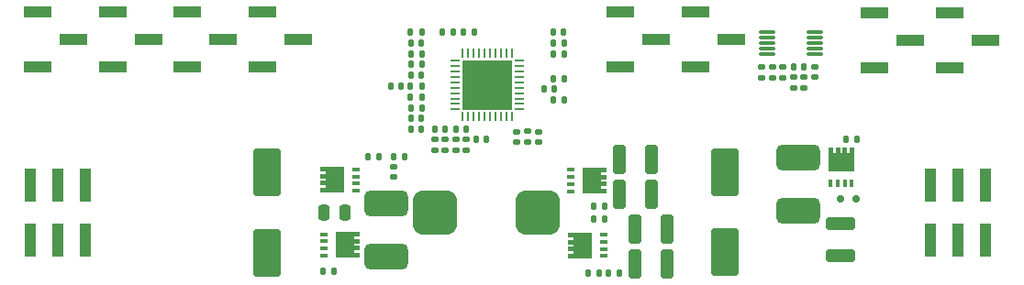
<source format=gts>
G04 #@! TF.GenerationSoftware,KiCad,Pcbnew,8.0.7*
G04 #@! TF.CreationDate,2025-05-18T15:53:11-04:00*
G04 #@! TF.ProjectId,protovolt,70726f74-6f76-46f6-9c74-2e6b69636164,rev?*
G04 #@! TF.SameCoordinates,Original*
G04 #@! TF.FileFunction,Soldermask,Top*
G04 #@! TF.FilePolarity,Negative*
%FSLAX46Y46*%
G04 Gerber Fmt 4.6, Leading zero omitted, Abs format (unit mm)*
G04 Created by KiCad (PCBNEW 8.0.7) date 2025-05-18 15:53:11*
%MOMM*%
%LPD*%
G01*
G04 APERTURE LIST*
G04 Aperture macros list*
%AMRoundRect*
0 Rectangle with rounded corners*
0 $1 Rounding radius*
0 $2 $3 $4 $5 $6 $7 $8 $9 X,Y pos of 4 corners*
0 Add a 4 corners polygon primitive as box body*
4,1,4,$2,$3,$4,$5,$6,$7,$8,$9,$2,$3,0*
0 Add four circle primitives for the rounded corners*
1,1,$1+$1,$2,$3*
1,1,$1+$1,$4,$5*
1,1,$1+$1,$6,$7*
1,1,$1+$1,$8,$9*
0 Add four rect primitives between the rounded corners*
20,1,$1+$1,$2,$3,$4,$5,0*
20,1,$1+$1,$4,$5,$6,$7,0*
20,1,$1+$1,$6,$7,$8,$9,0*
20,1,$1+$1,$8,$9,$2,$3,0*%
%AMFreePoly0*
4,1,17,1.395000,0.765000,0.855000,0.765000,0.855000,0.535000,1.395000,0.535000,1.395000,0.115000,0.855000,0.115000,0.855000,-0.115000,1.395000,-0.115000,1.395000,-0.535000,0.855000,-0.535000,0.855000,-0.765000,1.395000,-0.765000,1.395000,-1.185000,-0.855000,-1.185000,-0.855000,1.185000,1.395000,1.185000,1.395000,0.765000,1.395000,0.765000,$1*%
G04 Aperture macros list end*
%ADD10RoundRect,0.250000X0.325000X1.100000X-0.325000X1.100000X-0.325000X-1.100000X0.325000X-1.100000X0*%
%ADD11RoundRect,0.250000X-0.325000X-1.100000X0.325000X-1.100000X0.325000X1.100000X-0.325000X1.100000X0*%
%ADD12RoundRect,0.250000X0.250000X0.475000X-0.250000X0.475000X-0.250000X-0.475000X0.250000X-0.475000X0*%
%ADD13RoundRect,0.135000X0.135000X0.185000X-0.135000X0.185000X-0.135000X-0.185000X0.135000X-0.185000X0*%
%ADD14R,2.510000X1.000000*%
%ADD15RoundRect,0.140000X0.140000X0.170000X-0.140000X0.170000X-0.140000X-0.170000X0.140000X-0.170000X0*%
%ADD16RoundRect,0.135000X0.185000X-0.135000X0.185000X0.135000X-0.185000X0.135000X-0.185000X-0.135000X0*%
%ADD17RoundRect,0.135000X-0.135000X-0.185000X0.135000X-0.185000X0.135000X0.185000X-0.135000X0.185000X0*%
%ADD18R,1.000000X3.150000*%
%ADD19RoundRect,0.250000X-1.100000X0.325000X-1.100000X-0.325000X1.100000X-0.325000X1.100000X0.325000X0*%
%ADD20RoundRect,0.135000X-0.185000X0.135000X-0.185000X-0.135000X0.185000X-0.135000X0.185000X0.135000X0*%
%ADD21RoundRect,0.062500X-0.062500X0.350000X-0.062500X-0.350000X0.062500X-0.350000X0.062500X0.350000X0*%
%ADD22RoundRect,0.062500X-0.350000X0.062500X-0.350000X-0.062500X0.350000X-0.062500X0.350000X0.062500X0*%
%ADD23R,4.600000X4.600000*%
%ADD24C,0.600000*%
%ADD25RoundRect,1.025000X-1.025000X-1.025000X1.025000X-1.025000X1.025000X1.025000X-1.025000X1.025000X0*%
%ADD26RoundRect,0.140000X-0.140000X-0.170000X0.140000X-0.170000X0.140000X0.170000X-0.140000X0.170000X0*%
%ADD27RoundRect,0.075000X-0.650000X-0.075000X0.650000X-0.075000X0.650000X0.075000X-0.650000X0.075000X0*%
%ADD28RoundRect,0.105000X0.105000X-0.245000X0.105000X0.245000X-0.105000X0.245000X-0.105000X-0.245000X0*%
%ADD29FreePoly0,90.000000*%
%ADD30FreePoly0,180.000000*%
%ADD31RoundRect,0.105000X0.245000X0.105000X-0.245000X0.105000X-0.245000X-0.105000X0.245000X-0.105000X0*%
%ADD32FreePoly0,0.000000*%
%ADD33RoundRect,0.105000X-0.245000X-0.105000X0.245000X-0.105000X0.245000X0.105000X-0.245000X0.105000X0*%
%ADD34RoundRect,0.479593X-1.520407X0.695407X-1.520407X-0.695407X1.520407X-0.695407X1.520407X0.695407X0*%
%ADD35RoundRect,0.140000X0.170000X-0.140000X0.170000X0.140000X-0.170000X0.140000X-0.170000X-0.140000X0*%
%ADD36RoundRect,0.140000X-0.170000X0.140000X-0.170000X-0.140000X0.170000X-0.140000X0.170000X0.140000X0*%
%ADD37RoundRect,0.250000X-1.000000X1.950000X-1.000000X-1.950000X1.000000X-1.950000X1.000000X1.950000X0*%
%ADD38RoundRect,0.150000X-0.150000X-0.200000X0.150000X-0.200000X0.150000X0.200000X-0.150000X0.200000X0*%
%ADD39RoundRect,0.479593X1.520407X-0.695407X1.520407X0.695407X-1.520407X0.695407X-1.520407X-0.695407X0*%
G04 APERTURE END LIST*
D10*
X183750000Y-124700000D03*
X186700000Y-124700000D03*
X183750000Y-121500000D03*
X186700000Y-121500000D03*
D11*
X185275000Y-115100000D03*
X182325000Y-115100000D03*
X185275000Y-118300000D03*
X182325000Y-118300000D03*
D12*
X156950000Y-120000000D03*
X155050000Y-120000000D03*
D13*
X164047500Y-108300000D03*
X163027500Y-108300000D03*
X167000000Y-103300000D03*
X165980000Y-103300000D03*
D14*
X142445000Y-106540000D03*
X145755000Y-104000000D03*
X142445000Y-101460000D03*
D15*
X162167500Y-108300000D03*
X161207500Y-108300000D03*
D16*
X195450000Y-107510000D03*
X195450000Y-106490000D03*
D17*
X176190000Y-107600000D03*
X177210000Y-107600000D03*
D18*
X127920000Y-122525000D03*
X127920000Y-117475000D03*
X130460000Y-122525000D03*
X130460000Y-117475000D03*
X133000000Y-122525000D03*
X133000000Y-117475000D03*
D14*
X149345000Y-106540000D03*
X152655000Y-104000000D03*
X149345000Y-101460000D03*
D13*
X168910000Y-103300000D03*
X167890000Y-103300000D03*
D14*
X205845000Y-106590000D03*
X209155000Y-104050000D03*
X205845000Y-101510000D03*
D19*
X202700000Y-123975000D03*
X202700000Y-121025000D03*
D13*
X164047500Y-103300000D03*
X163027500Y-103300000D03*
D20*
X166237500Y-114235000D03*
X166237500Y-113215000D03*
D17*
X162510000Y-114800000D03*
X161490000Y-114800000D03*
D14*
X212790000Y-101510000D03*
X216100000Y-104050000D03*
X212790000Y-106590000D03*
D17*
X163037500Y-110300000D03*
X164057500Y-110300000D03*
D16*
X196400000Y-107510000D03*
X196400000Y-106490000D03*
D14*
X182345000Y-106540000D03*
X185655000Y-104000000D03*
X182345000Y-101460000D03*
D21*
X172350000Y-105262500D03*
X171850000Y-105262500D03*
X171350000Y-105262500D03*
X170850000Y-105262500D03*
X170350000Y-105262500D03*
X169850000Y-105262500D03*
X169350000Y-105262500D03*
X168850000Y-105262500D03*
X168350000Y-105262500D03*
X167850000Y-105262500D03*
D22*
X167162500Y-105950000D03*
X167162500Y-106450000D03*
X167162500Y-106950000D03*
X167162500Y-107450000D03*
X167162500Y-107950000D03*
X167162500Y-108450000D03*
X167162500Y-108950000D03*
X167162500Y-109450000D03*
X167162500Y-109950000D03*
X167162500Y-110450000D03*
D21*
X167850000Y-111137500D03*
X168350000Y-111137500D03*
X168850000Y-111137500D03*
X169350000Y-111137500D03*
X169850000Y-111137500D03*
X170350000Y-111137500D03*
X170850000Y-111137500D03*
X171350000Y-111137500D03*
X171850000Y-111137500D03*
X172350000Y-111137500D03*
D22*
X173037500Y-110450000D03*
X173037500Y-109950000D03*
X173037500Y-109450000D03*
X173037500Y-108950000D03*
X173037500Y-108450000D03*
X173037500Y-107950000D03*
X173037500Y-107450000D03*
X173037500Y-106950000D03*
X173037500Y-106450000D03*
X173037500Y-105950000D03*
D23*
X170100000Y-108200000D03*
D15*
X167182500Y-112272500D03*
X168142500Y-112272500D03*
D20*
X199350000Y-107490000D03*
X199350000Y-108510000D03*
D14*
X128645000Y-101460000D03*
X131955000Y-104000000D03*
X128645000Y-106540000D03*
D20*
X198350000Y-107490000D03*
X198350000Y-108510000D03*
D13*
X164057500Y-106300000D03*
X163037500Y-106300000D03*
D16*
X197350000Y-107510000D03*
X197350000Y-106490000D03*
D17*
X163037500Y-105300000D03*
X164057500Y-105300000D03*
D20*
X165237500Y-114235000D03*
X165237500Y-113215000D03*
D13*
X180910000Y-120600000D03*
X179890000Y-120600000D03*
D15*
X164022500Y-111300000D03*
X163062500Y-111300000D03*
D14*
X135545000Y-106540000D03*
X138855000Y-104000000D03*
X135545000Y-101460000D03*
D15*
X164027500Y-104300000D03*
X163067500Y-104300000D03*
D20*
X167182500Y-114235000D03*
X167182500Y-113215000D03*
D24*
X176250000Y-120550000D03*
X176250000Y-119350000D03*
X175750000Y-121150000D03*
X175750000Y-119950000D03*
X175750000Y-118700000D03*
X175250000Y-120550000D03*
X175250000Y-119350000D03*
X174750000Y-121150000D03*
D25*
X174750000Y-120000000D03*
D24*
X174750000Y-119950000D03*
X174750000Y-118700000D03*
X174250000Y-120550000D03*
X174250000Y-119350000D03*
X173750000Y-121150000D03*
X173750000Y-119950000D03*
X173750000Y-118700000D03*
X173250000Y-120550000D03*
X173250000Y-119350000D03*
X166750000Y-120600000D03*
X166750000Y-119400000D03*
X166250000Y-121200000D03*
X166250000Y-120000000D03*
X166250000Y-118750000D03*
X165750000Y-120600000D03*
X165750000Y-119400000D03*
X165250000Y-121200000D03*
D25*
X165250000Y-120000000D03*
D24*
X165250000Y-120000000D03*
X165250000Y-118750000D03*
X164750000Y-120600000D03*
X164750000Y-119400000D03*
X164250000Y-121200000D03*
X164250000Y-120000000D03*
X164250000Y-118750000D03*
X163750000Y-120600000D03*
X163750000Y-119400000D03*
D13*
X204210000Y-113200000D03*
X203190000Y-113200000D03*
D17*
X181310000Y-125600000D03*
X182330000Y-125600000D03*
D26*
X176207500Y-103300000D03*
X177167500Y-103300000D03*
D17*
X163027500Y-109300000D03*
X164047500Y-109300000D03*
D14*
X189345000Y-106540000D03*
X192655000Y-104000000D03*
X189345000Y-101460000D03*
D20*
X173800000Y-112480000D03*
X173800000Y-113500000D03*
D27*
X195950000Y-103300000D03*
X195950000Y-103800000D03*
X195950000Y-104300000D03*
X195950000Y-104800000D03*
X195950000Y-105300000D03*
X200350000Y-105300000D03*
X200350000Y-104800000D03*
X200350000Y-104300000D03*
X200350000Y-103800000D03*
X200350000Y-103300000D03*
D13*
X159090000Y-114800000D03*
X160110000Y-114800000D03*
X156000000Y-125400000D03*
X154980000Y-125400000D03*
D20*
X168137500Y-114235000D03*
X168137500Y-113215000D03*
D15*
X164017500Y-107300000D03*
X163057500Y-107300000D03*
D13*
X180910000Y-119400000D03*
X179890000Y-119400000D03*
D28*
X201790000Y-117320000D03*
X202440000Y-117320000D03*
X203090000Y-117320000D03*
X203740000Y-117320000D03*
D29*
X202765000Y-115365000D03*
D30*
X156045000Y-116975000D03*
D31*
X158000000Y-116000000D03*
X158000000Y-116650000D03*
X158000000Y-117300000D03*
X158000000Y-117950000D03*
D32*
X179765000Y-117025000D03*
D33*
X177810000Y-118000000D03*
X177810000Y-117350000D03*
X177810000Y-116700000D03*
X177810000Y-116050000D03*
D32*
X156955000Y-122975000D03*
D33*
X155000000Y-123950000D03*
X155000000Y-123300000D03*
X155000000Y-122650000D03*
X155000000Y-122000000D03*
D30*
X178875000Y-123025000D03*
D31*
X180830000Y-122050000D03*
X180830000Y-122700000D03*
X180830000Y-123350000D03*
X180830000Y-124000000D03*
D34*
X160800000Y-124050000D03*
X160800000Y-119150000D03*
D35*
X174800000Y-113460000D03*
X174800000Y-112500000D03*
D15*
X176300000Y-108600000D03*
X175340000Y-108600000D03*
X164017500Y-112275000D03*
X163057500Y-112275000D03*
D36*
X200350000Y-106520000D03*
X200350000Y-107480000D03*
D26*
X166217500Y-112275000D03*
X165257500Y-112275000D03*
X198370000Y-106550000D03*
X199330000Y-106550000D03*
D15*
X169057500Y-113225000D03*
X170017500Y-113225000D03*
D35*
X161500000Y-115720000D03*
X161500000Y-116680000D03*
D26*
X176232500Y-104300000D03*
X177192500Y-104300000D03*
D36*
X172800000Y-113480000D03*
X172800000Y-112520000D03*
D15*
X177192500Y-105300000D03*
X176232500Y-105300000D03*
X177180000Y-109600000D03*
X176220000Y-109600000D03*
D26*
X179440000Y-125600000D03*
X180400000Y-125600000D03*
D37*
X149800000Y-123700000D03*
X149800000Y-116300000D03*
X192050000Y-116250000D03*
X192050000Y-123650000D03*
D38*
X204100000Y-118700000D03*
X202700000Y-118700000D03*
D39*
X198800000Y-114950000D03*
X198800000Y-119850000D03*
D18*
X210960000Y-122525000D03*
X210960000Y-117475000D03*
X213500000Y-122525000D03*
X213500000Y-117475000D03*
X216040000Y-122525000D03*
X216040000Y-117475000D03*
M02*

</source>
